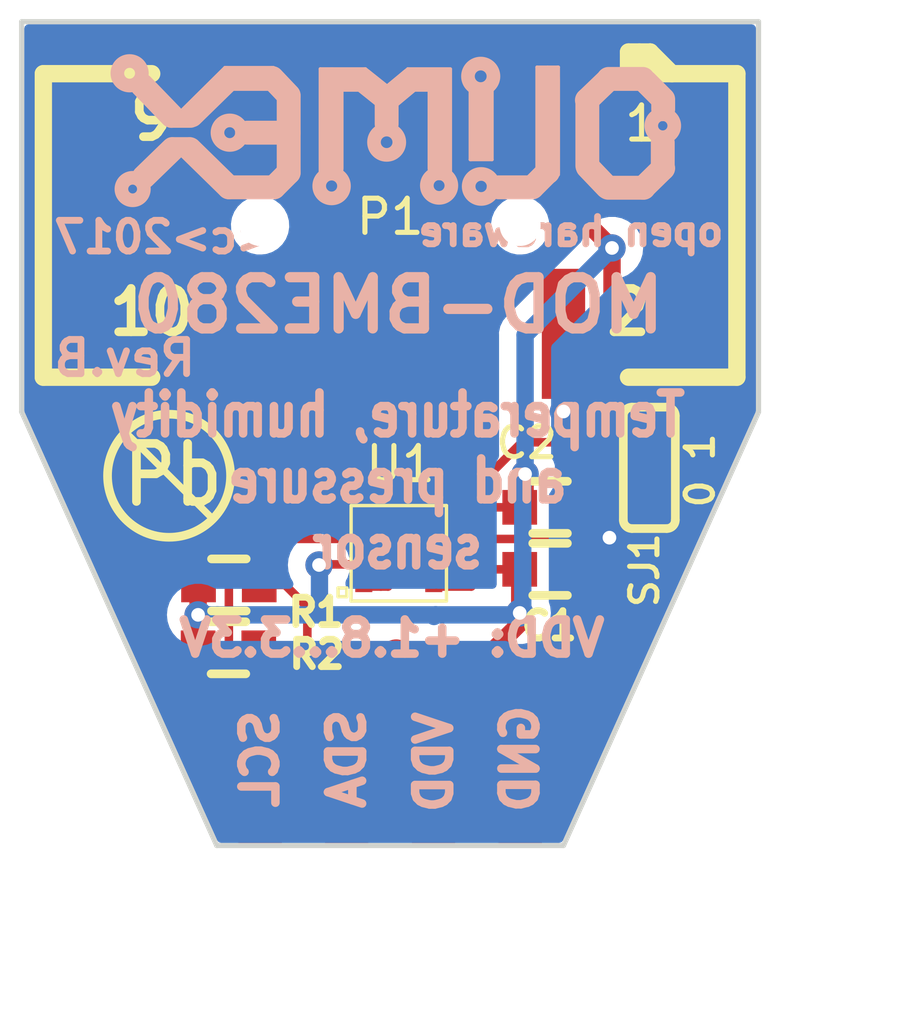
<source format=kicad_pcb>
(kicad_pcb (version 20221018) (generator pcbnew)
  (layers (0 "F.Cu" signal) (31 "B.Cu" signal) (34 "B.Paste" user) (35 "F.Paste" user) (36 "B.SilkS" user "B.Silkscreen") (37 "F.SilkS" user "F.Silkscreen") (38 "B.Mask" user) (39 "F.Mask" user) (44 "Edge.Cuts" user))
  (net 0 "")
  (net 1 "Net-(C1-Pad1)")
  (net 2 "GND")
  (net 3 "Net-(P1-Pad3)")
  (net 4 "Net-(P1-Pad4)")
  (net 5 "Net-(P1-Pad7)")
  (net 6 "Net-(P1-Pad8)")
  (net 7 "Net-(P1-Pad9)")
  (net 8 "Net-(P1-Pad10)")
  (net 9 "/SCL")
  (net 10 "/SDA")
  (net 11 "Net-(SJ1-Pad2)")
  (footprint "OLIMEX_RLC-FP:C_0603_5MIL_DWS" (layer "F.Cu") (at 110.0963 82.7151)
    (fp_text reference "C1" (at -0.0254 1.651) (layer "F.SilkS") (effects (font (size 0.8 0.8) (thickness 0.2))))
    (fp_text value "100nF")
    (fp_line (start -0.508 -0.762) (end 0.508 -0.762) (stroke (width 0.254)) (layer "F.SilkS"))
    (fp_line (start -0.508 0.762) (end 0.508 0.762) (stroke (width 0.254)) (layer "F.SilkS"))
    (pad "1" smd rect (at -0.889 0) (size 1.016 1.016) (layers "F.Cu" "F.Paste" "F.Mask") (net 1 "Net-(C1-Pad1)") (clearance 0.0508))
    (pad "2" smd rect (at 0.889 0) (size 1.016 1.016) (layers "F.Cu" "F.Paste" "F.Mask") (net 2 "GND") (clearance 0.0508))
  )
  (footprint "OLIMEX_Connectors-FP:GBH-254-SMT-10_Smaller" (layer "F.Cu") (at 105.41 72.643222)
    (fp_text reference "P1" (at 0 -0.253222) (layer "F.SilkS"))
    (fp_text value "Conn_02x05_Odd_Even")
    (fp_text user "1" (at 7.366 -2.9845) (layer "F.SilkS"))
    (fp_text user "2" (at 6.985 2.54) (layer "F.SilkS") (effects (font (size 1.27 1.27) (thickness 0.254))))
    (fp_text user "9" (at -6.985 -3.175) (layer "F.SilkS") (effects (font (size 1.27 1.27) (thickness 0.254))))
    (fp_text user "10" (at -6.985 2.54) (layer "F.SilkS") (effects (font (size 1.27 1.27) (thickness 0.254))))
    (fp_line (start -10.16 -4.445) (end -10.16 4.445) (stroke (width 0.508)) (layer "F.SilkS"))
    (fp_line (start -10.16 -4.445) (end -6.985 -4.445) (stroke (width 0.508)) (layer "F.SilkS"))
    (fp_line (start -10.16 4.445) (end -6.985 4.445) (stroke (width 0.508)) (layer "F.SilkS"))
    (fp_line (start 6.985 -5.08) (end 6.985 -4.445) (stroke (width 0.508)) (layer "F.SilkS"))
    (fp_line (start 6.985 4.445) (end 10.16 4.445) (stroke (width 0.508)) (layer "F.SilkS"))
    (fp_line (start 7.3025 -5.08) (end 7.3025 -4.445) (stroke (width 0.508)) (layer "F.SilkS"))
    (fp_line (start 7.62 -5.08) (end 6.985 -5.08) (stroke (width 0.508)) (layer "F.SilkS"))
    (fp_line (start 7.62 -5.08) (end 7.62 -4.445) (stroke (width 0.508)) (layer "F.SilkS"))
    (fp_line (start 7.62 -5.08) (end 8.255 -4.445) (stroke (width 0.508)) (layer "F.SilkS"))
    (fp_line (start 10.16 -4.445) (end 6.985 -4.445) (stroke (width 0.508)) (layer "F.SilkS"))
    (fp_line (start 10.16 -4.445) (end 10.16 4.445) (stroke (width 0.508)) (layer "F.SilkS"))
    (pad "" np_thru_hole circle (at -3.81 0) (size 1.2 1.2) (drill 1.2) (layers "*.Cu" "*.Mask"))
    (pad "" np_thru_hole circle (at 3.81 0) (size 1.2 1.2) (drill 1.2) (layers "*.Cu" "*.Mask"))
    (pad "1" smd rect (at 5.08 -3.175) (size 1.27 3.81) (layers "F.Cu" "F.Mask") (net 1 "Net-(C1-Pad1)") (clearance 0.0508))
    (pad "2" smd rect (at 5.08 3.175) (size 1.27 3.81) (layers "F.Cu" "F.Mask") (net 2 "GND") (clearance 0.0508))
    (pad "3" smd rect (at 2.54 -3.175) (size 1.27 3.81) (layers "F.Cu" "F.Mask") (net 3 "Net-(P1-Pad3)") (clearance 0.0508))
    (pad "4" smd rect (at 2.54 3.175) (size 1.27 3.81) (layers "F.Cu" "F.Mask") (net 4 "Net-(P1-Pad4)") (clearance 0.0508))
    (pad "5" smd rect (at 0 -3.175) (size 1.27 3.81) (layers "F.Cu" "F.Mask") (net 9 "/SCL") (clearance 0.0508))
    (pad "6" smd rect (at 0 3.175) (size 1.27 3.81) (layers "F.Cu" "F.Mask") (net 10 "/SDA") (clearance 0.0508))
    (pad "7" smd rect (at -2.54 -3.175) (size 1.27 3.81) (layers "F.Cu" "F.Mask") (net 5 "Net-(P1-Pad7)") (clearance 0.0508))
    (pad "8" smd rect (at -2.54 3.175) (size 1.27 3.81) (layers "F.Cu" "F.Mask") (net 6 "Net-(P1-Pad8)") (clearance 0.0508))
    (pad "9" smd rect (at -5.08 -3.175) (size 1.27 3.81) (layers "F.Cu" "F.Mask") (net 7 "Net-(P1-Pad9)") (clearance 0.0508))
    (pad "10" smd rect (at -5.08 3.175) (size 1.27 3.81) (layers "F.Cu" "F.Mask") (net 8 "Net-(P1-Pad10)") (clearance 0.0508))
  )
  (footprint "OLIMEX_Connectors-FP:SIP4_SMD" (layer "F.Cu") (at 105.41 88.9 180)
    (fp_text reference "P2" hide)
    (fp_text value "Conn_01x04")
    (pad "1" smd rect (at -3.81 0 180) (size 1.27 3.81) (layers "F.Cu" "F.Mask") (net 2 "GND") (clearance 0.0508))
    (pad "2" smd rect (at -1.27 0 180) (size 1.27 3.81) (layers "F.Cu" "F.Mask") (net 1 "Net-(C1-Pad1)") (clearance 0.0508))
    (pad "3" smd rect (at 1.27 0 180) (size 1.27 3.81) (layers "F.Cu" "F.Mask") (net 10 "/SDA") (clearance 0.0508))
    (pad "4" smd rect (at 3.81 0 180) (size 1.27 3.81) (layers "F.Cu" "F.Mask") (net 9 "/SCL") (clearance 0.0508))
  )
  (footprint "OLIMEX_RLC-FP:R_0603_5MIL_DWS" (layer "F.Cu") (at 100.6729 85.0138)
    (fp_text reference "R1" (at 2.5654 -1.0414) (layer "F.SilkS") (effects (font (size 0.8 0.8) (thickness 0.2))))
    (fp_text value "4.7K")
    (fp_line (start -0.508 -0.762) (end 0.508 -0.762) (stroke (width 0.254)) (layer "F.SilkS"))
    (fp_line (start -0.508 0.762) (end 0.508 0.762) (stroke (width 0.254)) (layer "F.SilkS"))
    (pad "1" smd rect (at -0.889 0) (size 1.016 1.016) (layers "F.Cu" "F.Paste" "F.Mask") (net 1 "Net-(C1-Pad1)"))
    (pad "2" smd rect (at 0.889 0) (size 1.016 1.016) (layers "F.Cu" "F.Paste" "F.Mask") (net 9 "/SCL"))
  )
  (footprint "OLIMEX_RLC-FP:R_0603_5MIL_DWS" (layer "F.Cu") (at 100.6856 83.1723)
    (fp_text reference "R2" (at 2.5781 2.032) (layer "F.SilkS") (effects (font (size 0.8 0.8) (thickness 0.2))))
    (fp_text value "4.7K")
    (fp_line (start -0.508 -0.762) (end 0.508 -0.762) (stroke (width 0.254)) (layer "F.SilkS"))
    (fp_line (start -0.508 0.762) (end 0.508 0.762) (stroke (width 0.254)) (layer "F.SilkS"))
    (pad "1" smd rect (at -0.889 0) (size 1.016 1.016) (layers "F.Cu" "F.Paste" "F.Mask") (net 1 "Net-(C1-Pad1)"))
    (pad "2" smd rect (at 0.889 0) (size 1.016 1.016) (layers "F.Cu" "F.Paste" "F.Mask") (net 10 "/SDA"))
  )
  (footprint "OLIMEX_Other-FP:Fiducial1x3_transp" (layer "F.Cu") (at 97.282 70.104)
    (fp_text reference "" (at 0 3) (layer "F.SilkS"))
    (fp_text value "")
    (pad "Fid1" connect circle (at 0 0) (size 1 1) (layers "F.Cu" "F.Mask") (clearance 1.016))
  )
  (footprint "OLIMEX_Other-FP:Fiducial1x3_transp" (layer "F.Cu") (at 105.5878 85.2678)
    (fp_text reference "" (at 0 3) (layer "F.SilkS"))
    (fp_text value "")
    (pad "Fid1" connect circle (at 0 0) (size 1 1) (layers "F.Cu" "F.Mask") (clearance 1.016))
  )
  (footprint "OLIMEX_Other-FP:Fiducial1x3_transp" (layer "F.Cu") (at 113.538 71.882)
    (fp_text reference "" (at 0 3) (layer "F.SilkS"))
    (fp_text value "")
    (pad "Fid1" connect circle (at 0 0) (size 1 1) (layers "F.Cu" "F.Mask") (clearance 1.016))
  )
  (footprint "OLIMEX_LOGOs-FP:LOGO_PBFREE" (layer "F.Cu") (at 99.1362 80.2894)
    (fp_text reference "")
    (fp_text value "")
    (fp_text user "Pb" (at -0.08636 -0.33528) (layer "F.SilkS") (effects (font (size 1.7 1.5) (thickness 0.254))))
    (fp_line (start -1.36398 -1.47828) (end 1.06934 0.94234) (stroke (width 0.2)) (layer "F.SilkS"))
    (fp_circle (center -0.2032 -0.31496) (end 0.90678 -1.73482) (stroke (width 0.254)) (fill none) (layer "F.SilkS"))
  )
  (footprint "OLIMEX_RLC-FP:C_0603_5MIL_DWS" (layer "F.Cu") (at 110.0963 80.899)
    (fp_text reference "C2" (at -0.6858 -1.8923) (layer "F.SilkS") (effects (font (size 0.9 0.9))))
    (fp_text value "100nF")
    (fp_line (start -0.508 -0.762) (end 0.508 -0.762) (stroke (width 0.254)) (layer "F.SilkS"))
    (fp_line (start -0.508 0.762) (end 0.508 0.762) (stroke (width 0.254)) (layer "F.SilkS"))
    (pad "1" smd rect (at -0.889 0) (size 1.016 1.016) (layers "F.Cu" "F.Paste" "F.Mask") (net 1 "Net-(C1-Pad1)") (clearance 0.0508))
    (pad "2" smd rect (at 0.889 0) (size 1.016 1.016) (layers "F.Cu" "F.Paste" "F.Mask") (net 2 "GND") (clearance 0.0508))
  )
  (footprint "OLIMEX_Jumpers-FP:SJ_2_SMALL_12_TIED" (layer "F.Cu") (at 113.0046 79.7433 -90)
    (fp_text reference "SJ1" (at 2.9972 0.1397 270) (layer "F.SilkS") (effects (font (size 0.8 0.8))))
    (fp_text value "SJ2W_Closed(1-2)")
    (fp_line (start -1.143 0) (end 0 0) (stroke (width 0.508)) (layer "F.Cu"))
    (fp_line (start -1.778 0.508) (end -1.778 -0.508) (stroke (width 0.254)) (layer "F.SilkS"))
    (fp_line (start -1.524 -0.762) (end 1.524 -0.762) (stroke (width 0.254)) (layer "F.SilkS"))
    (fp_line (start 1.524 0.762) (end -1.524 0.762) (stroke (width 0.254)) (layer "F.SilkS"))
    (fp_line (start 1.778 0.508) (end 1.778 -0.508) (stroke (width 0.254)) (layer "F.SilkS"))
    (fp_arc (start -1.778 -0.508) (mid -1.703605 -0.687605) (end -1.524 -0.762) (stroke (width 0.254)) (layer "F.SilkS"))
    (fp_arc (start -1.524 0.762) (mid -1.703605 0.687605) (end -1.778 0.508) (stroke (width 0.254)) (layer "F.SilkS"))
    (fp_arc (start 1.524 -0.762) (mid 1.703605 -0.687605) (end 1.778 -0.508) (stroke (width 0.254)) (layer "F.SilkS"))
    (fp_arc (start 1.778 0.508) (mid 1.703605 0.687605) (end 1.524 0.762) (stroke (width 0.254)) (layer "F.SilkS"))
    (pad "1" smd rect (at -1.143 0 270) (size 0.762 1.016) (layers "F.Cu" "F.Mask") (net 1 "Net-(C1-Pad1)") (clearance 0.0508))
    (pad "2" smd rect (at 0 0 270) (size 0.762 1.016) (layers "F.Cu" "F.Mask") (net 11 "Net-(SJ1-Pad2)") (clearance 0.0508))
    (pad "3" smd rect (at 1.143 0 270) (size 0.762 1.016) (layers "F.Cu" "F.Mask") (net 2 "GND") (clearance 0.0508))
  )
  (footprint "BME280" (layer "F.Cu") (at 105.664 82.2452 180)
    (fp_text reference "U1" (at -0.0471 2.611 180) (layer "F.SilkS"))
    (fp_text value "BME280")
    (fp_line (start -1.397 -1.397) (end 1.397 -1.397) (stroke (width 0.1)) (layer "F.SilkS"))
    (fp_line (start -1.397 1.397) (end -1.397 -1.397) (stroke (width 0.1)) (layer "F.SilkS"))
    (fp_line (start 1.397 -1.397) (end 1.397 1.397) (stroke (width 0.1)) (layer "F.SilkS"))
    (fp_line (start 1.397 1.397) (end -1.397 1.397) (stroke (width 0.1)) (layer "F.SilkS"))
    (fp_line (start 1.524 -1.27) (end 1.524 -1.016) (stroke (width 0.1)) (layer "F.SilkS"))
    (fp_line (start 1.524 -1.016) (end 1.778 -1.016) (stroke (width 0.1)) (layer "F.SilkS"))
    (fp_line (start 1.778 -1.27) (end 1.524 -1.27) (stroke (width 0.1)) (layer "F.SilkS"))
    (fp_line (start 1.778 -1.016) (end 1.778 -1.27) (stroke (width 0.1)) (layer "F.SilkS"))
    (pad "1" smd rect (at 1.025 -0.975 180) (size 0.5 0.325) (layers "F.Cu" "F.Paste" "F.Mask") (net 2 "GND"))
    (pad "2" smd rect (at 1.025 -0.325 180) (size 0.5 0.325) (layers "F.Cu" "F.Paste" "F.Mask") (net 1 "Net-(C1-Pad1)"))
    (pad "3" smd rect (at 1.025 0.325 180) (size 0.5 0.325) (layers "F.Cu" "F.Paste" "F.Mask") (net 10 "/SDA"))
    (pad "4" smd rect (at 1.025 0.975 180) (size 0.5 0.325) (layers "F.Cu" "F.Paste" "F.Mask") (net 9 "/SCL"))
    (pad "5" smd rect (at -1.025 0.975 180) (size 0.5 0.325) (layers "F.Cu" "F.Paste" "F.Mask") (net 11 "Net-(SJ1-Pad2)"))
    (pad "6" smd rect (at -1.025 0.325 180) (size 0.5 0.325) (layers "F.Cu" "F.Paste" "F.Mask") (net 1 "Net-(C1-Pad1)"))
    (pad "7" smd rect (at -1.025 -0.325 180) (size 0.5 0.325) (layers "F.Cu" "F.Paste" "F.Mask") (net 2 "GND"))
    (pad "8" smd rect (at -1.025 -0.975 180) (size 0.5 0.325) (layers "F.Cu" "F.Paste" "F.Mask") (net 1 "Net-(C1-Pad1)"))
  )
  (footprint "OLIMEX_LOGOs-FP:OLIMEX_LOGO_TB" (layer "B.Cu") (at 105.41 69.85 180)
    (fp_text reference "" hide)
    (fp_text value "" hide)
    (fp_line (start -8.001 -1.1176) (end -7.4168 -1.6891) (stroke (width 0.7)) (layer "B.SilkS"))
    (fp_line (start -8.001 0.8509) (end -8.001 0.6096) (stroke (width 0.7)) (layer "B.SilkS"))
    (fp_line (start -8.001 0.9017) (end -7.493 1.4097) (stroke (width 0.7)) (layer "B.SilkS"))
    (fp_line (start -7.9883 -1.1303) (end -7.9883 -0.3683) (stroke (width 0.7)) (layer "B.SilkS"))
    (fp_line (start -7.4295 -1.6891) (end -6.3881 -1.6891) (stroke (width 0.7)) (layer "B.SilkS"))
    (fp_line (start -6.4008 1.4859) (end -5.7658 0.8763) (stroke (width 0.7)) (layer "B.SilkS"))
    (fp_line (start -6.4008 1.4986) (end -7.4041 1.4986) (stroke (width 0.7)) (layer "B.SilkS"))
    (fp_line (start -5.7912 -1.0795) (end -6.35 -1.6637) (stroke (width 0.7)) (layer "B.SilkS"))
    (fp_line (start -5.7785 0.889) (end -5.7785 -1.0414) (stroke (width 0.7)) (layer "B.SilkS"))
    (fp_line (start -4.9276 1.8415) (end -4.9276 -1.3081) (stroke (width 0.1)) (layer "B.SilkS"))
    (fp_line (start -4.9149 1.8415) (end -4.9276 1.8415) (stroke (width 0.1)) (layer "B.SilkS"))
    (fp_line (start -4.9022 1.8415) (end -4.9149 1.8415) (stroke (width 0.1)) (layer "B.SilkS"))
    (fp_line (start -4.7879 1.7526) (end -4.8514 1.7653) (stroke (width 0.1)) (layer "B.SilkS"))
    (fp_line (start -4.6228 -1.2319) (end -4.6228 1.4986) (stroke (width 0.7)) (layer "B.SilkS"))
    (fp_line (start -4.6228 1.8415) (end -4.9022 1.8415) (stroke (width 0.1)) (layer "B.SilkS"))
    (fp_line (start -4.6101 1.8415) (end -4.3053 1.8415) (stroke (width 0.1)) (layer "B.SilkS"))
    (fp_line (start -4.4831 1.7653) (end -4.3688 1.7653) (stroke (width 0.1)) (layer "B.SilkS"))
    (fp_line (start -4.3053 1.8415) (end -4.3053 -1.1938) (stroke (width 0.1)) (layer "B.SilkS"))
    (fp_line (start -4.1656 -1.6764) (end -4.6228 -1.2192) (stroke (width 0.7)) (layer "B.SilkS"))
    (fp_line (start -3.1798 -1.6764) (end -4.1656 -1.6764) (stroke (width 0.7)) (layer "B.SilkS"))
    (fp_line (start -2.9845 -0.8636) (end -2.3749 -0.8636) (stroke (width 0.1)) (layer "B.SilkS"))
    (fp_line (start -2.9845 1.1557) (end -2.9845 -0.8636) (stroke (width 0.1)) (layer "B.SilkS"))
    (fp_line (start -2.8448 -0.8001) (end -2.9083 -0.8001) (stroke (width 0.1)) (layer "B.SilkS"))
    (fp_line (start -2.667 1.0414) (end -2.667 -0.5588) (stroke (width 0.7)) (layer "B.SilkS"))
    (fp_line (start -2.5019 -0.8001) (end -2.413 -0.8001) (stroke (width 0.1)) (layer "B.SilkS"))
    (fp_line (start -2.3749 -0.8636) (end -2.3495 -0.8636) (stroke (width 0.1)) (layer "B.SilkS"))
    (fp_line (start -2.3495 -0.8636) (end -2.3495 1.1557) (stroke (width 0.1)) (layer "B.SilkS"))
    (fp_line (start -1.7653 -1.2065) (end -1.7653 1.778) (stroke (width 0.1)) (layer "B.SilkS"))
    (fp_line (start -1.7653 1.7907) (end -0.5207 1.7907) (stroke (width 0.1)) (layer "B.SilkS"))
    (fp_line (start -1.6129 1.7272) (end -1.6891 1.7272) (stroke (width 0.1)) (layer "B.SilkS"))
    (fp_line (start -1.4478 -1.1176) (end -1.4478 1.4732) (stroke (width 0.7)) (layer "B.SilkS"))
    (fp_line (start -1.4478 1.4732) (end -0.6096 1.4732) (stroke (width 0.7)) (layer "B.SilkS"))
    (fp_line (start -0.6096 1.4732) (end 0 0.9652) (stroke (width 0.7)) (layer "B.SilkS"))
    (fp_line (start -0.5207 1.7907) (end 0.0635 1.3081) (stroke (width 0.1)) (layer "B.SilkS"))
    (fp_line (start 0.1016 0.1778) (end 0.1016 0.889) (stroke (width 0.7)) (layer "B.SilkS"))
    (fp_line (start 0.1778 0.9652) (end 0.8128 1.4732) (stroke (width 0.7)) (layer "B.SilkS"))
    (fp_line (start 0.7239 1.7907) (end 0.1016 1.2954) (stroke (width 0.1)) (layer "B.SilkS"))
    (fp_line (start 0.7493 1.7907) (end 0.7239 1.7907) (stroke (width 0.1)) (layer "B.SilkS"))
    (fp_line (start 0.8128 1.4732) (end 1.7018 1.4732) (stroke (width 0.7)) (layer "B.SilkS"))
    (fp_line (start 1.7145 1.4859) (end 1.7145 -1.1176) (stroke (width 0.7)) (layer "B.SilkS"))
    (fp_line (start 1.8923 1.7145) (end 1.9939 1.7145) (stroke (width 0.1)) (layer "B.SilkS"))
    (fp_line (start 2.0447 -1.2319) (end 2.0447 1.778) (stroke (width 0.1)) (layer "B.SilkS"))
    (fp_line (start 2.0447 1.778) (end 2.0447 1.7907) (stroke (width 0.1)) (layer "B.SilkS"))
    (fp_line (start 2.0447 1.7907) (end 0.7493 1.7907) (stroke (width 0.1)) (layer "B.SilkS"))
    (fp_line (start 2.9718 -1.2446) (end 3.4036 -1.6764) (stroke (width 0.7)) (layer "B.SilkS"))
    (fp_line (start 2.9718 0.9906) (end 2.9718 -1.2446) (stroke (width 0.7)) (layer "B.SilkS"))
    (fp_line (start 2.9718 1.016) (end 3.4544 1.524) (stroke (width 0.7)) (layer "B.SilkS"))
    (fp_line (start 3.4036 -1.6764) (end 4.7244 -1.6764) (stroke (width 0.7)) (layer "B.SilkS"))
    (fp_line (start 3.4163 1.8288) (end 4.7879 1.8288) (stroke (width 0.1)) (layer "B.SilkS"))
    (fp_line (start 3.5025 1.4986) (end 4.7244 1.4986) (stroke (width 0.7)) (layer "B.SilkS"))
    (fp_line (start 4.191 -0.0762) (end 2.9718 -0.0762) (stroke (width 0.7)) (layer "B.SilkS"))
    (fp_line (start 4.7244 -1.6764) (end 5.8674 -0.5588) (stroke (width 0.7)) (layer "B.SilkS"))
    (fp_line (start 4.7244 1.4986) (end 5.8166 0.4318) (stroke (width 0.7)) (layer "B.SilkS"))
    (fp_line (start 4.7879 1.8288) (end 4.8387 1.8288) (stroke (width 0.1)) (layer "B.SilkS"))
    (fp_line (start 4.8387 1.8288) (end 6.096 0.5842) (stroke (width 0.1)) (layer "B.SilkS"))
    (fp_line (start 5.842 0.3175) (end 6.4008 0.3175) (stroke (width 0.5)) (layer "B.SilkS"))
    (fp_line (start 5.8674 -0.4572) (end 6.4008 -0.4572) (stroke (width 0.5)) (layer "B.SilkS"))
    (fp_line (start 7.2136 -1.3716) (end 6.3754 -0.5588) (stroke (width 0.7)) (layer "B.SilkS"))
    (fp_line (start 7.2644 1.3081) (end 6.4008 0.4144) (stroke (width 0.7)) (layer "B.SilkS"))
    (fp_circle (center -7.9883 0.127) (end -7.6708 0.2413) (stroke (width 0.4)) (fill none) (layer "B.SilkS"))
    (fp_circle (center -2.667 -1.651) (end -2.4638 -1.3462) (stroke (width 0.4)) (fill none) (layer "B.SilkS"))
    (fp_circle (center -2.6543 1.5748) (end -2.54 1.9304) (stroke (width 0.4)) (fill none) (layer "B.SilkS"))
    (fp_circle (center -1.4351 -1.6256) (end -1.1938 -1.3589) (stroke (width 0.4)) (fill none) (layer "B.SilkS"))
    (fp_circle (center 0.1016 -0.3556) (end 0.3302 -0.0635) (stroke (width 0.4)) (fill none) (layer "B.SilkS"))
    (fp_circle (center 1.7145 -1.6383) (end 1.9304 -1.3462) (stroke (width 0.4)) (fill none) (layer "B.SilkS"))
    (fp_circle (center 4.699 -0.0762) (end 4.9657 0.1651) (stroke (width 0.4)) (fill none) (layer "B.SilkS"))
    (fp_circle (center 7.5438 -1.7272) (end 7.8359 -1.5748) (stroke (width 0.4)) (fill none) (layer "B.SilkS"))
    (fp_circle (center 7.6327 1.6637) (end 7.9375 1.8542) (stroke (width 0.4)) (fill none) (layer "B.SilkS"))
  )
  (gr_line (start 94.615 66.675) (end 116.205 66.675) (stroke (width 0.15)) (layer "Edge.Cuts"))
  (gr_line (start 116.205 66.675) (end 116.205 78.105) (stroke (width 0.15)) (layer "Edge.Cuts"))
  (gr_line (start 110.49 90.805) (end 100.33 90.805) (stroke (width 0.15)) (layer "Edge.Cuts"))
  (gr_line (start 100.33 90.805) (end 94.615 78.105) (stroke (width 0.15)) (layer "Edge.Cuts"))
  (gr_line (start 116.205 78.105) (end 110.49 90.805) (stroke (width 0.15)) (layer "Edge.Cuts"))
  (gr_line (start 94.615 78.105) (end 94.615 66.675) (stroke (width 0.15)) (layer "Edge.Cuts"))
  (gr_text "VDD" (at 106.6927 88.3666 90) (layer "B.SilkS") (effects (font (size 1 1) (thickness 0.25)) (justify mirror)))
  (gr_text "SDA" (at 104.14 88.265 90) (layer "B.SilkS") (effects (font (size 1 1) (thickness 0.25)) (justify mirror)))
  (gr_text "SCL" (at 101.6 88.265 90) (layer "B.SilkS") (effects (font (size 1 1) (thickness 0.25)) (justify mirror)))
  (gr_text "Temperature, humidity\nand pressure\nsensor" (at 105.6259 80.1243) (layer "B.SilkS") (effects (font (size 1.2 1) (thickness 0.25)) (justify mirror)))
  (gr_text "open hardware" (at 110.7059 72.8218) (layer "B.SilkS") (effects (font (size 0.8 0.8) (thickness 0.2)) (justify mirror)))
  (gr_text "<c>2017" (at 98.806 72.9869) (layer "B.SilkS") (effects (font (size 0.9 0.9) (thickness 0.2)) (justify mirror)))
  (gr_text "GND" (at 109.22 88.265 90) (layer "B.SilkS") (effects (font (size 1 1) (thickness 0.25)) (justify mirror)))
  (gr_text "Rev.B" (at 97.6376 76.5302) (layer "B.SilkS") (effects (font (size 1 1) (thickness 0.2)) (justify mirror)))
  (gr_text "VDD: +1.8...3.3V" (at 105.4608 84.7344) (layer "B.SilkS") (effects (font (size 1 1) (thickness 0.25)) (justify mirror)))
  (gr_text "MOD-BME280" (at 105.6513 74.9808) (layer "B.SilkS") (effects (font (size 1.5 1.5) (thickness 0.3)) (justify mirror)))
  (gr_text "0 1" (at 114.4905 79.8195 90) (layer "F.SilkS") (effects (font (size 0.8 0.8))))
  (segment (start 109.2073 83.9927) (end 109.2073 84.303278) (width 0.508) (layer "F.Cu") (net 1))
  (segment (start 106.689 81.9202) (end 107.189 81.9202) (width 0.25) (layer "F.Cu") (net 1))
  (segment (start 103.3451 82.5702) (end 103.3272 82.5881) (width 0.25) (layer "F.Cu") (net 1))
  (segment (start 99.7839 84.0486) (end 99.7839 85.0138) (width 0.508) (layer "F.Cu") (net 1))
  (segment (start 99.7839 84.0486) (end 99.7839 83.185) (width 0.508) (layer "F.Cu") (net 1))
  (segment (start 110.49 71.881222) (end 110.49 69.468222) (width 0.508) (layer "F.Cu") (net 1))
  (segment (start 107.7878 83.2202) (end 108.2929 82.7151) (width 0.25) (layer "F.Cu") (net 1))
  (segment (start 106.695307 88.884693) (end 106.695307 87.380956) (width 0.508) (layer "F.Cu") (net 1))
  (segment (start 108.2929 82.7151) (end 109.2073 82.7151) (width 0.25) (layer "F.Cu") (net 1))
  (segment (start 109.2073 84.303278) (end 107.095306 86.415272) (width 0.508) (layer "F.Cu") (net 1))
  (segment (start 109.364353 79.925753) (end 109.364353 80.741947) (width 0.508) (layer "F.Cu") (net 1))
  (segment (start 107.095306 86.415272) (end 106.695307 86.815271) (width 0.508) (layer "F.Cu") (net 1))
  (segment (start 108.2102 80.899) (end 109.2073 80.899) (width 0.25) (layer "F.Cu") (net 1))
  (segment (start 106.689 83.2202) (end 107.7878 83.2202) (width 0.25) (layer "F.Cu") (net 1))
  (segment (start 109.2073 82.7151) (end 109.2073 83.9927) (width 0.508) (layer "F.Cu") (net 1))
  (segment (start 113.0046 78.6003) (end 113.0046 77.7113) (width 0.508) (layer "F.Cu") (net 1))
  (segment (start 107.189 81.9202) (end 108.2102 80.899) (width 0.25) (layer "F.Cu") (net 1))
  (segment (start 99.7839 83.185) (end 99.7966 83.1723) (width 0.508) (layer "F.Cu") (net 1))
  (segment (start 111.911088 73.30231) (end 110.49 71.881222) (width 0.508) (layer "F.Cu") (net 1))
  (segment (start 111.911088 76.617788) (end 111.911088 73.30231) (width 0.508) (layer "F.Cu") (net 1))
  (segment (start 106.695307 87.380956) (end 106.695307 86.815271) (width 0.508) (layer "F.Cu") (net 1))
  (segment (start 109.364353 80.741947) (end 109.2073 80.899) (width 0.508) (layer "F.Cu") (net 1))
  (segment (start 104.639 82.5702) (end 103.3451 82.5702) (width 0.25) (layer "F.Cu") (net 1))
  (segment (start 113.0046 77.7113) (end 111.911088 76.617788) (width 0.508) (layer "F.Cu") (net 1))
  (segment (start 106.68 88.9) (end 106.695307 88.884693) (width 0.508) (layer "F.Cu") (net 1))
  (via (at 109.2073 83.9927) (size 0.8) (drill 0.4) (layers "F.Cu" "B.Cu") (net 1))
  (via (at 99.7839 84.0486) (size 0.8) (drill 0.4) (layers "F.Cu" "B.Cu") (net 1))
  (via (at 109.364353 79.925753) (size 0.8) (drill 0.4) (layers "F.Cu" "B.Cu") (net 1))
  (via (at 111.911088 73.30231) (size 0.8) (drill 0.4) (layers "F.Cu" "B.Cu") (net 1))
  (via (at 103.3272 82.5881) (size 0.8) (drill 0.4) (layers "F.Cu" "B.Cu") (net 1))
  (segment (start 109.1184 84.0486) (end 106.7435 84.0486) (width 0.508) (layer "B.Cu") (net 1))
  (segment (start 103.3399 84.0486) (end 100.349585 84.0486) (width 0.508) (layer "B.Cu") (net 1))
  (segment (start 100.349585 84.0486) (end 99.7839 84.0486) (width 0.508) (layer "B.Cu") (net 1))
  (segment (start 109.364353 75.849045) (end 111.911088 73.30231) (width 0.508) (layer "B.Cu") (net 1))
  (segment (start 106.7435 84.0486) (end 103.3399 84.0486) (width 0.508) (layer "B.Cu") (net 1))
  (segment (start 109.2962 79.8576) (end 109.364353 79.925753) (width 0.508) (layer "B.Cu") (net 1))
  (segment (start 106.7435 84.0486) (end 106.695307 84.096793) (width 0.508) (layer "B.Cu") (net 1))
  (segment (start 109.2962 79.8576) (end 109.2962 83.8708) (width 0.508) (layer "B.Cu") (net 1))
  (segment (start 103.3399 82.6008) (end 103.3399 84.0486) (width 0.508) (layer "B.Cu") (net 1))
  (segment (start 109.364353 79.925753) (end 109.364353 75.849045) (width 0.508) (layer "B.Cu") (net 1))
  (segment (start 109.2962 83.8708) (end 109.1184 84.0486) (width 0.508) (layer "B.Cu") (net 1))
  (segment (start 106.689 82.5702) (end 107.5107 82.5702) (width 0.25) (layer "F.Cu") (net 2))
  (segment (start 110.9853 84.4423) (end 109.22 86.2076) (width 0.508) (layer "F.Cu") (net 2))
  (segment (start 112.9919 80.899) (end 113.0046 80.8863) (width 0.508) (layer "F.Cu") (net 2))
  (segment (start 105.9994 82.5702) (end 105.3494 83.2202) (width 0.25) (layer "F.Cu") (net 2))
  (segment (start 111.8362 81.788) (end 111.270515 81.788) (width 0.508) (layer "F.Cu") (net 2))
  (segment (start 105.139 83.2202) (end 104.639 83.2202) (width 0.25) (layer "F.Cu") (net 2))
  (segment (start 108.2548 81.8261) (end 110.8543 81.8261) (width 0.25) (layer "F.Cu") (net 2))
  (segment (start 110.8543 81.8261) (end 110.9853 81.9571) (width 0.25) (layer "F.Cu") (net 2))
  (segment (start 110.9853 81.9571) (end 110.9853 82.7151) (width 0.25) (layer "F.Cu") (net 2))
  (segment (start 111.270515 81.788) (end 110.9853 81.788) (width 0.508) (layer "F.Cu") (net 2))
  (segment (start 106.689 82.5702) (end 105.9994 82.5702) (width 0.25) (layer "F.Cu") (net 2))
  (segment (start 110.49 75.818222) (end 110.49 78.0923) (width 0.508) (layer "F.Cu") (net 2))
  (segment (start 105.3494 83.2202) (end 105.139 83.2202) (width 0.25) (layer "F.Cu") (net 2))
  (segment (start 110.9853 80.899) (end 110.9853 82.7151) (width 0.508) (layer "F.Cu") (net 2))
  (segment (start 110.9853 80.899) (end 112.9919 80.899) (width 0.508) (layer "F.Cu") (net 2))
  (segment (start 107.5107 82.5702) (end 108.2548 81.8261) (width 0.25) (layer "F.Cu") (net 2))
  (segment (start 110.9853 81.788) (end 110.9853 81.9571) (width 0.25) (layer "F.Cu") (net 2))
  (segment (start 109.22 86.2076) (end 109.22 88.9) (width 0.508) (layer "F.Cu") (net 2))
  (segment (start 110.9853 80.899) (end 110.9853 81.657) (width 0.25) (layer "F.Cu") (net 2))
  (segment (start 110.9853 82.7151) (end 110.9853 84.4423) (width 0.508) (layer "F.Cu") (net 2))
  (segment (start 110.9853 81.657) (end 110.9853 81.788) (width 0.25) (layer "F.Cu") (net 2))
  (via (at 111.8362 81.788) (size 0.8) (drill 0.4) (layers "F.Cu" "B.Cu") (net 2))
  (via (at 110.49 78.0923) (size 0.8) (drill 0.4) (layers "F.Cu" "B.Cu") (net 2))
  (segment (start 110.49 78.0923) (end 110.49 80.4418) (width 0.508) (layer "B.Cu") (net 2))
  (segment (start 110.49 80.4418) (end 111.8362 81.788) (width 0.508) (layer "B.Cu") (net 2))
  (segment (start 104.2289 81.2702) (end 101.7241 81.2702) (width 0.25) (layer "F.Cu") (net 9))
  (segment (start 101.7241 81.2702) (end 100.6856 82.3087) (width 0.25) (layer "F.Cu") (net 9))
  (segment (start 104.1019 81.1432) (end 104.2289 81.2702) (width 0.25) (layer "F.Cu") (net 9))
  (segment (start 104.1019 80.2132) (end 104.1019 81.1432) (width 0.25) (layer "F.Cu") (net 9))
  (segment (start 105.41 71.7931) (end 104.1019 73.1012) (width 0.508) (layer "F.Cu") (net 9))
  (segment (start 105.41 69.468222) (end 105.41 71.7931) (width 0.508) (layer "F.Cu") (net 9))
  (segment (start 100.6856 82.3087) (end 100.6856 84.8955) (width 0.25) (layer "F.Cu") (net 9))
  (segment (start 104.1019 73.1012) (end 104.1019 80.2132) (width 0.508) (layer "F.Cu") (net 9))
  (segment (start 101.6 88.9) (end 101.6 85.0519) (width 0.508) (layer "F.Cu") (net 9))
  (segment (start 100.6856 84.8955) (end 100.8039 85.0138) (width 0.25) (layer "F.Cu") (net 9))
  (segment (start 100.8039 85.0138) (end 101.5619 85.0138) (width 0.25) (layer "F.Cu") (net 9))
  (segment (start 104.639 81.2702) (end 104.2289 81.2702) (width 0.25) (layer "F.Cu") (net 9))
  (segment (start 101.6 85.0519) (end 101.5619 85.0138) (width 0.508) (layer "F.Cu") (net 9))
  (segment (start 104.043798 81.824998) (end 102.163902 81.824998) (width 0.25) (layer "F.Cu") (net 10))
  (segment (start 104.139 81.9202) (end 104.043798 81.824998) (width 0.25) (layer "F.Cu") (net 10))
  (segment (start 102.3326 83.1723) (end 102.9843 83.824) (width 0.25) (layer "F.Cu") (net 10))
  (segment (start 104.14 86.233) (end 104.14 86.4743) (width 0.25) (layer "F.Cu") (net 10))
  (segment (start 105.139 81.9202) (end 104.639 81.9202) (width 0.25) (layer "F.Cu") (net 10))
  (segment (start 105.41 78.231222) (end 105.41 80.2386) (width 0.508) (layer "F.Cu") (net 10))
  (segment (start 105.41 80.2386) (end 105.41 81.6492) (width 0.25) (layer "F.Cu") (net 10))
  (segment (start 102.163902 81.824998) (end 101.5746 82.4143) (width 0.25) (layer "F.Cu") (net 10))
  (segment (start 105.41 75.818222) (end 105.41 78.231222) (width 0.508) (layer "F.Cu") (net 10))
  (segment (start 101.5746 83.1723) (end 102.3326 83.1723) (width 0.25) (layer "F.Cu") (net 10))
  (segment (start 104.639 81.9202) (end 104.139 81.9202) (width 0.25) (layer "F.Cu") (net 10))
  (segment (start 104.14 88.9) (end 104.14 86.4743) (width 0.508) (layer "F.Cu") (net 10))
  (segment (start 102.9843 85.0773) (end 104.14 86.233) (width 0.25) (layer "F.Cu") (net 10))
  (segment (start 105.41 81.6492) (end 105.139 81.9202) (width 0.25) (layer "F.Cu") (net 10))
  (segment (start 102.9843 83.824) (end 102.9843 85.0773) (width 0.25) (layer "F.Cu") (net 10))
  (segment (start 101.5746 82.4143) (end 101.5746 83.1723) (width 0.25) (layer "F.Cu") (net 10))
  (segment (start 109.2708 78.994) (end 111.4973 78.994) (width 0.25) (layer "F.Cu") (net 11))
  (segment (start 112.2466 79.7433) (end 113.0046 79.7433) (width 0.25) (layer "F.Cu") (net 11))
  (segment (start 106.9946 81.2702) (end 109.2708 78.994) (width 0.25) (layer "F.Cu") (net 11))
  (segment (start 106.689 81.2702) (end 106.9946 81.2702) (width 0.25) (layer "F.Cu") (net 11))
  (segment (start 111.4973 78.994) (end 112.2466 79.7433) (width 0.25) (layer "F.Cu") (net 11))
  (zone (net 2) (net_name "GND") (layer "B.Cu") (connect_pads (clearance 0.508)) (min_thickness 0.254) (fill yes (thermal_gap 0.508) (thermal_bridge_width 0.508))
    (polygon (pts (xy 93.98 66.04) (xy 116.84 66.04) (xy 116.84 91.44) (xy 93.98 91.44)))
  )
)
</source>
